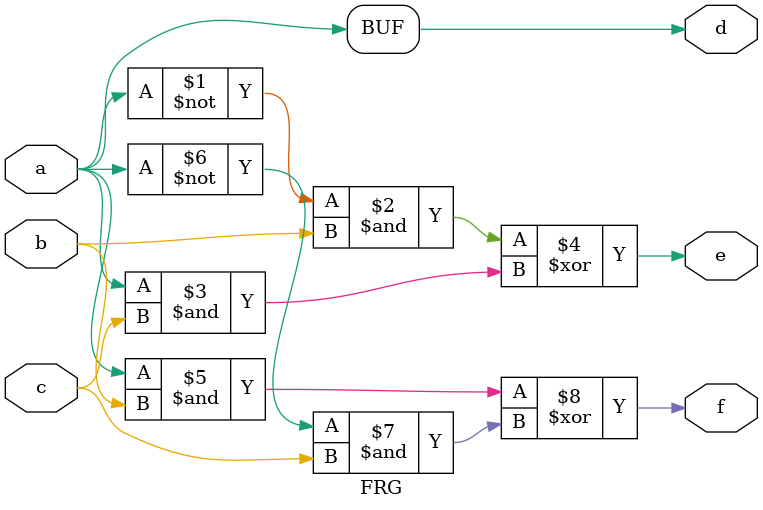
<source format=v>
`timescale 1ns / 1ps


module FRG(input a,b,c,
           output d,e,f
    );
assign d=a;
assign e=(((~a)&b)^(a&c));
assign f=((a&b)^((~a)&c));

endmodule

</source>
